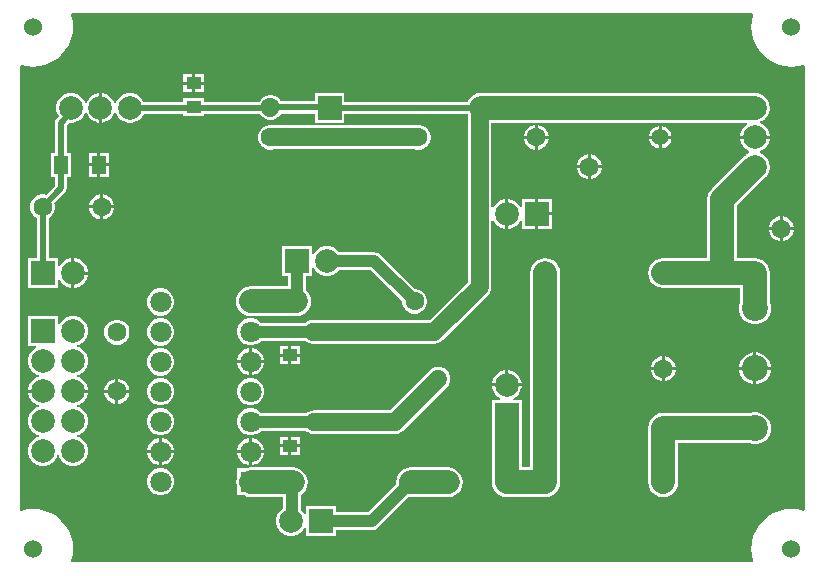
<source format=gbl>
G04*
G04 #@! TF.GenerationSoftware,Altium Limited,Altium Designer,21.2.0 (30)*
G04*
G04 Layer_Physical_Order=2*
G04 Layer_Color=16711680*
%FSLAX25Y25*%
%MOIN*%
G70*
G04*
G04 #@! TF.SameCoordinates,4742D7D9-DA5C-4C41-987D-65E330EEAA4A*
G04*
G04*
G04 #@! TF.FilePolarity,Positive*
G04*
G01*
G75*
%ADD15C,0.01000*%
%ADD28C,0.03937*%
%ADD29C,0.05906*%
%ADD30C,0.07874*%
%ADD31R,0.07874X0.07874*%
%ADD32C,0.07874*%
%ADD33C,0.06299*%
%ADD34C,0.07087*%
%ADD35C,0.08661*%
%ADD36R,0.07874X0.07874*%
%ADD37P,0.05966X8X292.5*%
%ADD38C,0.05512*%
%ADD39R,0.07087X0.07087*%
%ADD40C,0.06000*%
%ADD41C,0.03937*%
%ADD42C,0.05000*%
%ADD43R,0.04921X0.03937*%
%ADD44R,0.04724X0.06299*%
%ADD45C,0.01968*%
G36*
X251439Y189411D02*
X250985Y187522D01*
X250821Y185433D01*
X250985Y183344D01*
X251474Y181307D01*
X252276Y179371D01*
X253371Y177585D01*
X254732Y175992D01*
X256325Y174631D01*
X258112Y173536D01*
X260047Y172734D01*
X262085Y172245D01*
X264173Y172081D01*
X266262Y172245D01*
X268152Y172699D01*
X268652Y172419D01*
Y24431D01*
X268152Y24151D01*
X266262Y24605D01*
X264173Y24769D01*
X262085Y24605D01*
X260047Y24116D01*
X258112Y23314D01*
X256325Y22219D01*
X254732Y20859D01*
X253371Y19265D01*
X252276Y17479D01*
X251474Y15543D01*
X250985Y13506D01*
X250821Y11417D01*
X250985Y9329D01*
X251439Y7439D01*
X251160Y6939D01*
X24431D01*
X24151Y7439D01*
X24605Y9329D01*
X24769Y11417D01*
X24605Y13506D01*
X24116Y15543D01*
X23314Y17479D01*
X22219Y19265D01*
X20859Y20859D01*
X19265Y22219D01*
X17479Y23314D01*
X15543Y24116D01*
X13506Y24605D01*
X11417Y24769D01*
X9329Y24605D01*
X7439Y24151D01*
X6939Y24431D01*
Y172419D01*
X7439Y172699D01*
X9329Y172245D01*
X11417Y172081D01*
X13506Y172245D01*
X15543Y172734D01*
X17479Y173536D01*
X19265Y174631D01*
X20859Y175992D01*
X22219Y177585D01*
X23314Y179371D01*
X24116Y181307D01*
X24605Y183344D01*
X24769Y185433D01*
X24605Y187522D01*
X24151Y189411D01*
X24431Y189911D01*
X251160D01*
X251439Y189411D01*
D02*
G37*
%LPC*%
G36*
X68421Y169602D02*
X65461D01*
Y167134D01*
X68421D01*
Y169602D01*
D02*
G37*
G36*
X64461D02*
X61500D01*
Y167134D01*
X64461D01*
Y169602D01*
D02*
G37*
G36*
X68421Y166134D02*
X65461D01*
Y163665D01*
X68421D01*
Y166134D01*
D02*
G37*
G36*
X64461D02*
X61500D01*
Y163665D01*
X64461D01*
Y166134D01*
D02*
G37*
G36*
X251969Y163444D02*
X160827D01*
X159538Y163275D01*
X158337Y162777D01*
X157306Y161986D01*
X156514Y160954D01*
X156321Y160488D01*
X115173D01*
Y163402D01*
X105299D01*
Y160566D01*
X94175D01*
X93872Y161091D01*
X93099Y161864D01*
X92153Y162410D01*
X91097Y162693D01*
X90005D01*
X88950Y162410D01*
X88003Y161864D01*
X87231Y161091D01*
X86905Y160527D01*
X68421D01*
Y161728D01*
X61500D01*
Y160527D01*
X48211D01*
X47651Y161496D01*
X46732Y162415D01*
X45606Y163065D01*
X44351Y163402D01*
X43051D01*
X41795Y163065D01*
X40669Y162415D01*
X39750Y161496D01*
X39100Y160370D01*
X39029Y160106D01*
X38530D01*
X38459Y160370D01*
X37809Y161496D01*
X36890Y162415D01*
X35764Y163065D01*
X34508Y163402D01*
X34358D01*
Y158465D01*
Y153528D01*
X34508D01*
X35764Y153864D01*
X36890Y154514D01*
X37809Y155433D01*
X38459Y156559D01*
X38530Y156823D01*
X39029D01*
X39100Y156559D01*
X39750Y155433D01*
X40669Y154514D01*
X41795Y153864D01*
X43051Y153528D01*
X44351D01*
X45606Y153864D01*
X46732Y154514D01*
X47651Y155433D01*
X48256Y156481D01*
X61500D01*
Y155791D01*
X68421D01*
Y156481D01*
X86950D01*
X87231Y155995D01*
X88003Y155223D01*
X88950Y154676D01*
X90005Y154394D01*
X91097D01*
X92153Y154676D01*
X93099Y155223D01*
X93872Y155995D01*
X94175Y156520D01*
X105299D01*
Y153528D01*
X115173D01*
Y156441D01*
X156249D01*
Y100470D01*
X143638Y87858D01*
X143638Y87858D01*
X143526Y87747D01*
X104724D01*
X103692Y87611D01*
X102731Y87213D01*
X102210Y86813D01*
X100508D01*
Y86827D01*
X93587D01*
Y86813D01*
X87329D01*
X86687Y87454D01*
X85651Y88053D01*
X84496Y88362D01*
X83299D01*
X82144Y88053D01*
X81108Y87454D01*
X80262Y86609D01*
X79664Y85573D01*
X79354Y84417D01*
Y83221D01*
X79664Y82065D01*
X80262Y81029D01*
X81108Y80183D01*
X82144Y79585D01*
X83299Y79276D01*
X84496D01*
X85651Y79585D01*
X86687Y80183D01*
X87329Y80825D01*
X102056D01*
X102731Y80307D01*
X103692Y79909D01*
X104724Y79773D01*
X145177D01*
X145177Y79773D01*
X146209Y79909D01*
X147171Y80307D01*
X147996Y80941D01*
X149276Y82220D01*
X149276Y82220D01*
X163055Y96000D01*
X163055Y96000D01*
X163689Y96825D01*
X164087Y97787D01*
X164223Y98819D01*
X164223Y98819D01*
Y120763D01*
X164295Y120812D01*
X164960Y120660D01*
X165341Y120000D01*
X166260Y119081D01*
X167386Y118431D01*
X168641Y118095D01*
X168791D01*
Y123031D01*
Y127969D01*
X168641D01*
X167386Y127632D01*
X166260Y126982D01*
X165341Y126063D01*
X164960Y125403D01*
X164295Y125251D01*
X164223Y125300D01*
Y153485D01*
X249517D01*
X249651Y152985D01*
X248937Y152573D01*
X248018Y151653D01*
X247368Y150528D01*
X247031Y149272D01*
Y149122D01*
X251969D01*
X256906D01*
Y149272D01*
X256569Y150528D01*
X255919Y151653D01*
X255000Y152573D01*
X253874Y153223D01*
X253872Y153223D01*
X253821Y153332D01*
X253874Y153864D01*
X254157Y154027D01*
X254458Y154152D01*
X254717Y154351D01*
X255000Y154514D01*
X255231Y154745D01*
X255490Y154944D01*
X255688Y155202D01*
X255919Y155433D01*
X256082Y155716D01*
X256281Y155975D01*
X256406Y156276D01*
X256569Y156559D01*
X256653Y156874D01*
X256778Y157176D01*
X256821Y157499D01*
X256906Y157815D01*
Y158141D01*
X256948Y158465D01*
X256906Y158788D01*
Y159115D01*
X256821Y159430D01*
X256778Y159753D01*
X256653Y160055D01*
X256569Y160370D01*
X256406Y160653D01*
X256281Y160954D01*
X256082Y161213D01*
X255919Y161496D01*
X255688Y161727D01*
X255490Y161986D01*
X255231Y162184D01*
X255000Y162415D01*
X254717Y162578D01*
X254458Y162777D01*
X254157Y162902D01*
X253874Y163065D01*
X253559Y163150D01*
X253257Y163275D01*
X252934Y163317D01*
X252619Y163402D01*
X252292D01*
X251969Y163444D01*
D02*
G37*
G36*
X33358Y163402D02*
X33208D01*
X31953Y163065D01*
X30827Y162415D01*
X29908Y161496D01*
X29258Y160370D01*
X29187Y160106D01*
X28687D01*
X28616Y160370D01*
X27966Y161496D01*
X27047Y162415D01*
X25921Y163065D01*
X24666Y163402D01*
X23366D01*
X22110Y163065D01*
X20984Y162415D01*
X20065Y161496D01*
X19415Y160370D01*
X19079Y159115D01*
Y157815D01*
X19415Y156559D01*
X19939Y155651D01*
X19239Y154951D01*
X18800Y154294D01*
X18646Y153520D01*
Y143520D01*
X17307D01*
Y135221D01*
X18646D01*
Y132441D01*
X15615Y129409D01*
X15113Y129543D01*
X14021D01*
X12965Y129261D01*
X12019Y128714D01*
X11246Y127942D01*
X10700Y126995D01*
X10417Y125940D01*
Y124847D01*
X10700Y123792D01*
X11246Y122846D01*
X12019Y122073D01*
X12603Y121736D01*
Y108283D01*
X9748D01*
Y98409D01*
X19622D01*
Y101031D01*
X19707Y101095D01*
X20361Y100962D01*
X20734Y100315D01*
X21654Y99396D01*
X22779Y98746D01*
X24035Y98409D01*
X24185D01*
Y103347D01*
Y108283D01*
X24035D01*
X22779Y107947D01*
X21654Y107297D01*
X20734Y106378D01*
X20361Y105731D01*
X19707Y105598D01*
X19622Y105662D01*
Y108283D01*
X16649D01*
Y121804D01*
X17115Y122073D01*
X17887Y122846D01*
X18434Y123792D01*
X18717Y124847D01*
Y125940D01*
X18537Y126609D01*
X22100Y130172D01*
X22538Y130828D01*
X22692Y131603D01*
Y135221D01*
X24032D01*
Y143520D01*
X22692D01*
Y152682D01*
X23538Y153528D01*
X24666D01*
X25921Y153864D01*
X27047Y154514D01*
X27966Y155433D01*
X28616Y156559D01*
X28687Y156823D01*
X29187D01*
X29258Y156559D01*
X29908Y155433D01*
X30827Y154514D01*
X31953Y153864D01*
X33208Y153528D01*
X33358D01*
Y158465D01*
Y163402D01*
D02*
G37*
G36*
X140310Y152693D02*
X139217D01*
X138610Y152530D01*
X91705D01*
X91097Y152693D01*
X90005D01*
X88950Y152410D01*
X88003Y151864D01*
X87231Y151091D01*
X86684Y150145D01*
X86402Y149090D01*
Y147997D01*
X86684Y146942D01*
X87231Y145995D01*
X88003Y145223D01*
X88950Y144676D01*
X90005Y144394D01*
X91097D01*
X91705Y144556D01*
X138610D01*
X139217Y144394D01*
X140310D01*
X141366Y144676D01*
X142312Y145223D01*
X143084Y145995D01*
X143631Y146942D01*
X143913Y147997D01*
Y149090D01*
X143631Y150145D01*
X143084Y151091D01*
X142312Y151864D01*
X141366Y152410D01*
X140310Y152693D01*
D02*
G37*
G36*
X220972Y152376D02*
Y149122D01*
X224227D01*
X223972Y150072D01*
X223478Y150928D01*
X222779Y151628D01*
X221922Y152122D01*
X220972Y152376D01*
D02*
G37*
G36*
X219972Y152376D02*
X219023Y152122D01*
X218166Y151628D01*
X217467Y150928D01*
X216972Y150072D01*
X216718Y149122D01*
X219972D01*
Y152376D01*
D02*
G37*
G36*
X179680Y152693D02*
X179634D01*
Y149043D01*
X183283D01*
Y149090D01*
X183001Y150145D01*
X182454Y151091D01*
X181682Y151864D01*
X180736Y152410D01*
X179680Y152693D01*
D02*
G37*
G36*
X178634D02*
X178587D01*
X177532Y152410D01*
X176586Y151864D01*
X175813Y151091D01*
X175267Y150145D01*
X174984Y149090D01*
Y149043D01*
X178634D01*
Y152693D01*
D02*
G37*
G36*
X224227Y148122D02*
X220972D01*
Y144868D01*
X221922Y145122D01*
X222779Y145617D01*
X223478Y146316D01*
X223972Y147172D01*
X224227Y148122D01*
D02*
G37*
G36*
X219972D02*
X216718D01*
X216972Y147172D01*
X217467Y146316D01*
X218166Y145617D01*
X219023Y145122D01*
X219972Y144868D01*
Y148122D01*
D02*
G37*
G36*
X183283Y148043D02*
X179634D01*
Y144394D01*
X179680D01*
X180736Y144676D01*
X181682Y145223D01*
X182454Y145995D01*
X183001Y146942D01*
X183283Y147997D01*
Y148043D01*
D02*
G37*
G36*
X178634D02*
X174984D01*
Y147997D01*
X175267Y146942D01*
X175813Y145995D01*
X176586Y145223D01*
X177532Y144676D01*
X178587Y144394D01*
X178634D01*
Y148043D01*
D02*
G37*
G36*
X36630Y143520D02*
X33768D01*
Y139870D01*
X36630D01*
Y143520D01*
D02*
G37*
G36*
X32768D02*
X29906D01*
Y139870D01*
X32768D01*
Y143520D01*
D02*
G37*
G36*
X197397Y142929D02*
X197350D01*
Y139279D01*
X201000D01*
Y139326D01*
X200717Y140381D01*
X200171Y141328D01*
X199398Y142100D01*
X198452Y142646D01*
X197397Y142929D01*
D02*
G37*
G36*
X196350D02*
X196304D01*
X195249Y142646D01*
X194302Y142100D01*
X193530Y141328D01*
X192984Y140381D01*
X192701Y139326D01*
Y139279D01*
X196350D01*
Y142929D01*
D02*
G37*
G36*
X36630Y138870D02*
X33768D01*
Y135221D01*
X36630D01*
Y138870D01*
D02*
G37*
G36*
X32768D02*
X29906D01*
Y135221D01*
X32768D01*
Y138870D01*
D02*
G37*
G36*
X201000Y138279D02*
X197350D01*
Y134630D01*
X197397D01*
X198452Y134913D01*
X199398Y135459D01*
X200171Y136232D01*
X200717Y137178D01*
X201000Y138233D01*
Y138279D01*
D02*
G37*
G36*
X196350D02*
X192701D01*
Y138233D01*
X192984Y137178D01*
X193530Y136232D01*
X194302Y135459D01*
X195249Y134913D01*
X196304Y134630D01*
X196350D01*
Y138279D01*
D02*
G37*
G36*
X34798Y129543D02*
X34752D01*
Y125894D01*
X38402D01*
Y125940D01*
X38119Y126995D01*
X37573Y127942D01*
X36800Y128714D01*
X35854Y129261D01*
X34798Y129543D01*
D02*
G37*
G36*
X33752D02*
X33706D01*
X32650Y129261D01*
X31704Y128714D01*
X30931Y127942D01*
X30385Y126995D01*
X30102Y125940D01*
Y125894D01*
X33752D01*
Y129543D01*
D02*
G37*
G36*
X178791Y127969D02*
X174354D01*
Y125347D01*
X174269Y125283D01*
X173616Y125416D01*
X173242Y126063D01*
X172323Y126982D01*
X171197Y127632D01*
X169941Y127969D01*
X169791D01*
Y123031D01*
Y118095D01*
X169941D01*
X171197Y118431D01*
X172323Y119081D01*
X173242Y120000D01*
X173616Y120647D01*
X174269Y120780D01*
X174354Y120716D01*
Y118095D01*
X178791D01*
Y123031D01*
Y127969D01*
D02*
G37*
G36*
X184228D02*
X179791D01*
Y123531D01*
X184228D01*
Y127969D01*
D02*
G37*
G36*
X38402Y124894D02*
X34752D01*
Y121244D01*
X34798D01*
X35854Y121527D01*
X36800Y122073D01*
X37573Y122846D01*
X38119Y123792D01*
X38402Y124847D01*
Y124894D01*
D02*
G37*
G36*
X33752D02*
X30102D01*
Y124847D01*
X30385Y123792D01*
X30931Y122846D01*
X31704Y122073D01*
X32650Y121527D01*
X33706Y121244D01*
X33752D01*
Y124894D01*
D02*
G37*
G36*
X261373Y122260D02*
X261327D01*
Y118610D01*
X264976D01*
Y118657D01*
X264694Y119712D01*
X264147Y120658D01*
X263375Y121431D01*
X262428Y121977D01*
X261373Y122260D01*
D02*
G37*
G36*
X260327D02*
X260280D01*
X259225Y121977D01*
X258279Y121431D01*
X257506Y120658D01*
X256960Y119712D01*
X256677Y118657D01*
Y118610D01*
X260327D01*
Y122260D01*
D02*
G37*
G36*
X184228Y122531D02*
X179791D01*
Y118095D01*
X184228D01*
Y122531D01*
D02*
G37*
G36*
X264976Y117610D02*
X261327D01*
Y113961D01*
X261373D01*
X262428Y114243D01*
X263375Y114790D01*
X264147Y115562D01*
X264694Y116508D01*
X264976Y117564D01*
Y117610D01*
D02*
G37*
G36*
X260327D02*
X256677D01*
Y117564D01*
X256960Y116508D01*
X257506Y115562D01*
X258279Y114790D01*
X259225Y114243D01*
X260280Y113961D01*
X260327D01*
Y117610D01*
D02*
G37*
G36*
X110059Y112221D02*
X108759D01*
X107504Y111884D01*
X106378Y111234D01*
X105459Y110315D01*
X105085Y109668D01*
X104431Y109535D01*
X104347Y109599D01*
Y112221D01*
X94472D01*
Y102347D01*
X96317D01*
Y98877D01*
X83976D01*
X82687Y98708D01*
X81486Y98210D01*
X80455Y97419D01*
X79664Y96387D01*
X79166Y95187D01*
X78997Y93898D01*
X79166Y92609D01*
X79664Y91408D01*
X80455Y90377D01*
X81486Y89585D01*
X82687Y89088D01*
X83976Y88918D01*
X99213D01*
X100501Y89088D01*
X101702Y89585D01*
X102734Y90377D01*
X103525Y91408D01*
X104023Y92609D01*
X104192Y93898D01*
X104023Y95187D01*
X103525Y96387D01*
X102734Y97419D01*
X102305Y97748D01*
Y102347D01*
X104347D01*
Y104968D01*
X104431Y105032D01*
X105085Y104899D01*
X105459Y104252D01*
X106378Y103333D01*
X107504Y102683D01*
X108759Y102347D01*
X110059D01*
X111315Y102683D01*
X112441Y103333D01*
X113360Y104252D01*
X113382Y104289D01*
X123957D01*
X134433Y93813D01*
Y93351D01*
X134716Y92296D01*
X135262Y91350D01*
X136035Y90577D01*
X136981Y90031D01*
X138036Y89748D01*
X139129D01*
X140184Y90031D01*
X141131Y90577D01*
X141903Y91350D01*
X142449Y92296D01*
X142732Y93351D01*
Y94444D01*
X142449Y95499D01*
X141903Y96446D01*
X141131Y97218D01*
X140184Y97764D01*
X139129Y98047D01*
X138667D01*
X127314Y109401D01*
X126694Y109877D01*
X125972Y110176D01*
X125197Y110278D01*
X113382D01*
X113360Y110315D01*
X112441Y111234D01*
X111315Y111884D01*
X110059Y112221D01*
D02*
G37*
G36*
X25335Y108283D02*
X25185D01*
Y103847D01*
X29622D01*
Y103996D01*
X29286Y105252D01*
X28636Y106378D01*
X27716Y107297D01*
X26591Y107947D01*
X25335Y108283D01*
D02*
G37*
G36*
X29622Y102847D02*
X25185D01*
Y98409D01*
X25335D01*
X26591Y98746D01*
X27716Y99396D01*
X28636Y100315D01*
X29286Y101441D01*
X29622Y102697D01*
Y102847D01*
D02*
G37*
G36*
X54496Y98264D02*
X53299D01*
X52144Y97954D01*
X51108Y97356D01*
X50262Y96510D01*
X49664Y95474D01*
X49354Y94319D01*
Y93122D01*
X49664Y91967D01*
X50262Y90931D01*
X51108Y90085D01*
X52144Y89487D01*
X53299Y89177D01*
X54496D01*
X55651Y89487D01*
X56687Y90085D01*
X57533Y90931D01*
X58131Y91967D01*
X58441Y93122D01*
Y94319D01*
X58131Y95474D01*
X57533Y96510D01*
X56687Y97356D01*
X55651Y97954D01*
X54496Y98264D01*
D02*
G37*
G36*
X25335Y88913D02*
X24035D01*
X22779Y88577D01*
X21654Y87927D01*
X20734Y87008D01*
X20361Y86361D01*
X19707Y86228D01*
X19622Y86292D01*
Y88913D01*
X9748D01*
Y79039D01*
X12369D01*
X12433Y78954D01*
X12301Y78300D01*
X11654Y77927D01*
X10734Y77008D01*
X10085Y75882D01*
X9748Y74626D01*
Y73326D01*
X10085Y72071D01*
X10734Y70945D01*
X11654Y70026D01*
X12779Y69376D01*
X13304Y69235D01*
Y68718D01*
X12779Y68577D01*
X11654Y67927D01*
X10734Y67008D01*
X10085Y65882D01*
X9748Y64626D01*
Y64476D01*
X14685D01*
Y63476D01*
X9748D01*
Y63326D01*
X10085Y62071D01*
X10734Y60945D01*
X11654Y60026D01*
X12779Y59376D01*
X13304Y59235D01*
Y58718D01*
X12779Y58577D01*
X11654Y57927D01*
X10734Y57008D01*
X10085Y55882D01*
X9748Y54626D01*
Y53326D01*
X10085Y52071D01*
X10734Y50945D01*
X11654Y50026D01*
X12779Y49376D01*
X13304Y49235D01*
Y48718D01*
X12779Y48577D01*
X11654Y47927D01*
X10734Y47008D01*
X10085Y45882D01*
X9748Y44626D01*
Y43326D01*
X10085Y42071D01*
X10734Y40945D01*
X11654Y40026D01*
X12779Y39376D01*
X14035Y39039D01*
X15335D01*
X16591Y39376D01*
X17716Y40026D01*
X18636Y40945D01*
X19286Y42071D01*
X19426Y42596D01*
X19944D01*
X20085Y42071D01*
X20734Y40945D01*
X21654Y40026D01*
X22779Y39376D01*
X24035Y39039D01*
X25335D01*
X26591Y39376D01*
X27716Y40026D01*
X28636Y40945D01*
X29286Y42071D01*
X29622Y43326D01*
Y44626D01*
X29286Y45882D01*
X28636Y47008D01*
X27716Y47927D01*
X26591Y48577D01*
X26066Y48718D01*
Y49235D01*
X26591Y49376D01*
X27716Y50026D01*
X28636Y50945D01*
X29286Y52071D01*
X29622Y53326D01*
Y54626D01*
X29286Y55882D01*
X28636Y57008D01*
X27716Y57927D01*
X26591Y58577D01*
X26066Y58718D01*
Y59235D01*
X26591Y59376D01*
X27716Y60026D01*
X28636Y60945D01*
X29286Y62071D01*
X29622Y63326D01*
Y63476D01*
X24685D01*
Y64476D01*
X29622D01*
Y64626D01*
X29286Y65882D01*
X28636Y67008D01*
X27716Y67927D01*
X26591Y68577D01*
X26066Y68718D01*
Y69235D01*
X26591Y69376D01*
X27716Y70026D01*
X28636Y70945D01*
X29286Y72071D01*
X29622Y73326D01*
Y74626D01*
X29286Y75882D01*
X28636Y77008D01*
X27716Y77927D01*
X26591Y78577D01*
X26066Y78718D01*
Y79235D01*
X26591Y79376D01*
X27716Y80026D01*
X28636Y80945D01*
X29286Y82071D01*
X29622Y83326D01*
Y84626D01*
X29286Y85882D01*
X28636Y87008D01*
X27716Y87927D01*
X26591Y88577D01*
X25335Y88913D01*
D02*
G37*
G36*
X256906Y148122D02*
X251969D01*
X247031D01*
Y147972D01*
X247368Y146716D01*
X248018Y145591D01*
X248937Y144671D01*
X250063Y144021D01*
X250065Y144021D01*
X250116Y143912D01*
X250063Y143380D01*
X249780Y143217D01*
X249479Y143092D01*
X249220Y142893D01*
X248937Y142730D01*
X248706Y142499D01*
X248447Y142301D01*
X237621Y131474D01*
X236829Y130443D01*
X236332Y129242D01*
X236162Y127953D01*
X236162Y127953D01*
Y118110D01*
Y108326D01*
X221457D01*
X220168Y108156D01*
X218967Y107659D01*
X217936Y106868D01*
X217144Y105836D01*
X216647Y104635D01*
X216477Y103347D01*
X216647Y102058D01*
X217144Y100857D01*
X217936Y99825D01*
X218967Y99034D01*
X220168Y98536D01*
X221457Y98367D01*
X246989D01*
Y93548D01*
X246638Y92237D01*
Y90834D01*
X247001Y89478D01*
X247703Y88262D01*
X248695Y87270D01*
X249911Y86568D01*
X251267Y86205D01*
X252670D01*
X254026Y86568D01*
X255242Y87270D01*
X256234Y88262D01*
X256936Y89478D01*
X257299Y90834D01*
Y92237D01*
X256948Y93548D01*
Y103347D01*
X256778Y104635D01*
X256281Y105836D01*
X255490Y106868D01*
X254458Y107659D01*
X253257Y108156D01*
X251969Y108326D01*
X246121D01*
Y118110D01*
Y125890D01*
X255490Y135258D01*
X255688Y135517D01*
X255919Y135748D01*
X256082Y136031D01*
X256281Y136290D01*
X256406Y136591D01*
X256569Y136874D01*
X256653Y137189D01*
X256778Y137491D01*
X256821Y137814D01*
X256906Y138130D01*
Y138456D01*
X256948Y138779D01*
X256906Y139103D01*
Y139429D01*
X256821Y139745D01*
X256778Y140068D01*
X256653Y140370D01*
X256569Y140685D01*
X256406Y140968D01*
X256281Y141269D01*
X256082Y141528D01*
X255919Y141811D01*
X255688Y142042D01*
X255490Y142301D01*
X255231Y142499D01*
X255000Y142730D01*
X254717Y142893D01*
X254458Y143092D01*
X254157Y143217D01*
X253874Y143380D01*
X253821Y143912D01*
X253872Y144021D01*
X253874Y144021D01*
X255000Y144671D01*
X255919Y145591D01*
X256569Y146716D01*
X256906Y147972D01*
Y148122D01*
D02*
G37*
G36*
X39916Y87811D02*
X38824D01*
X37768Y87528D01*
X36822Y86982D01*
X36050Y86209D01*
X35503Y85263D01*
X35221Y84208D01*
Y83115D01*
X35503Y82060D01*
X36050Y81113D01*
X36822Y80341D01*
X37768Y79795D01*
X38824Y79512D01*
X39916D01*
X40972Y79795D01*
X41918Y80341D01*
X42691Y81113D01*
X43237Y82060D01*
X43520Y83115D01*
Y84208D01*
X43237Y85263D01*
X42691Y86209D01*
X41918Y86982D01*
X40972Y87528D01*
X39916Y87811D01*
D02*
G37*
G36*
X54496Y88264D02*
X53299D01*
X52144Y87954D01*
X51108Y87356D01*
X50262Y86510D01*
X49664Y85474D01*
X49354Y84319D01*
Y83122D01*
X49664Y81967D01*
X50262Y80931D01*
X51108Y80085D01*
X52144Y79487D01*
X53299Y79177D01*
X54496D01*
X55651Y79487D01*
X56687Y80085D01*
X57533Y80931D01*
X58131Y81967D01*
X58441Y83122D01*
Y84319D01*
X58131Y85474D01*
X57533Y86510D01*
X56687Y87356D01*
X55651Y87954D01*
X54496Y88264D01*
D02*
G37*
G36*
X100508Y78953D02*
X97547D01*
Y76484D01*
X100508D01*
Y78953D01*
D02*
G37*
G36*
X96547D02*
X93587D01*
Y76484D01*
X96547D01*
Y78953D01*
D02*
G37*
G36*
X84496Y78362D02*
X84398D01*
Y74319D01*
X88441D01*
Y74417D01*
X88131Y75573D01*
X87533Y76609D01*
X86687Y77454D01*
X85651Y78053D01*
X84496Y78362D01*
D02*
G37*
G36*
X83398D02*
X83299D01*
X82144Y78053D01*
X81108Y77454D01*
X80262Y76609D01*
X79664Y75573D01*
X79354Y74417D01*
Y74319D01*
X83398D01*
Y78362D01*
D02*
G37*
G36*
X100508Y75484D02*
X97547D01*
Y73016D01*
X100508D01*
Y75484D01*
D02*
G37*
G36*
X96547D02*
X93587D01*
Y73016D01*
X96547D01*
Y75484D01*
D02*
G37*
G36*
X252670Y76866D02*
X252468D01*
Y72035D01*
X257299D01*
Y72237D01*
X256936Y73593D01*
X256234Y74809D01*
X255242Y75801D01*
X254026Y76503D01*
X252670Y76866D01*
D02*
G37*
G36*
X251468D02*
X251267D01*
X249911Y76503D01*
X248695Y75801D01*
X247703Y74809D01*
X247001Y73593D01*
X246638Y72237D01*
Y72035D01*
X251468D01*
Y76866D01*
D02*
G37*
G36*
X222003Y75606D02*
X221957D01*
Y71957D01*
X225606D01*
Y72003D01*
X225324Y73058D01*
X224777Y74005D01*
X224005Y74777D01*
X223058Y75323D01*
X222003Y75606D01*
D02*
G37*
G36*
X220957D02*
X220910D01*
X219855Y75323D01*
X218909Y74777D01*
X218136Y74005D01*
X217590Y73058D01*
X217307Y72003D01*
Y71957D01*
X220957D01*
Y75606D01*
D02*
G37*
G36*
X88441Y73319D02*
X84398D01*
Y69276D01*
X84496D01*
X85651Y69585D01*
X86687Y70183D01*
X87533Y71029D01*
X88131Y72065D01*
X88441Y73221D01*
Y73319D01*
D02*
G37*
G36*
X83398D02*
X79354D01*
Y73221D01*
X79664Y72065D01*
X80262Y71029D01*
X81108Y70183D01*
X82144Y69585D01*
X83299Y69276D01*
X83398D01*
Y73319D01*
D02*
G37*
G36*
X54496Y78264D02*
X53299D01*
X52144Y77954D01*
X51108Y77356D01*
X50262Y76510D01*
X49664Y75474D01*
X49354Y74319D01*
Y73122D01*
X49664Y71967D01*
X50262Y70931D01*
X51108Y70085D01*
X52144Y69487D01*
X53299Y69177D01*
X54496D01*
X55651Y69487D01*
X56687Y70085D01*
X57533Y70931D01*
X58131Y71967D01*
X58441Y73122D01*
Y74319D01*
X58131Y75474D01*
X57533Y76510D01*
X56687Y77356D01*
X55651Y77954D01*
X54496Y78264D01*
D02*
G37*
G36*
X225606Y70957D02*
X221957D01*
Y67307D01*
X222003D01*
X223058Y67590D01*
X224005Y68136D01*
X224777Y68909D01*
X225324Y69855D01*
X225606Y70910D01*
Y70957D01*
D02*
G37*
G36*
X220957D02*
X217307D01*
Y70910D01*
X217590Y69855D01*
X218136Y68909D01*
X218909Y68136D01*
X219855Y67590D01*
X220910Y67307D01*
X220957D01*
Y70957D01*
D02*
G37*
G36*
X169941Y71039D02*
X169791D01*
Y66602D01*
X174228D01*
Y66752D01*
X173892Y68008D01*
X173242Y69134D01*
X172323Y70053D01*
X171197Y70703D01*
X169941Y71039D01*
D02*
G37*
G36*
X168791D02*
X168641D01*
X167386Y70703D01*
X166260Y70053D01*
X165341Y69134D01*
X164691Y68008D01*
X164354Y66752D01*
Y66602D01*
X168791D01*
Y71039D01*
D02*
G37*
G36*
X257299Y71035D02*
X252468D01*
Y66205D01*
X252670D01*
X254026Y66568D01*
X255242Y67270D01*
X256234Y68262D01*
X256936Y69478D01*
X257299Y70834D01*
Y71035D01*
D02*
G37*
G36*
X251468D02*
X246638D01*
Y70834D01*
X247001Y69478D01*
X247703Y68262D01*
X248695Y67270D01*
X249911Y66568D01*
X251267Y66205D01*
X251468D01*
Y71035D01*
D02*
G37*
G36*
X39916Y68126D02*
X39870D01*
Y64476D01*
X43520D01*
Y64523D01*
X43237Y65578D01*
X42691Y66524D01*
X41918Y67297D01*
X40972Y67843D01*
X39916Y68126D01*
D02*
G37*
G36*
X38870D02*
X38824D01*
X37768Y67843D01*
X36822Y67297D01*
X36050Y66524D01*
X35503Y65578D01*
X35221Y64523D01*
Y64476D01*
X38870D01*
Y68126D01*
D02*
G37*
G36*
X43520Y63476D02*
X39870D01*
Y59827D01*
X39916D01*
X40972Y60110D01*
X41918Y60656D01*
X42691Y61428D01*
X43237Y62375D01*
X43520Y63430D01*
Y63476D01*
D02*
G37*
G36*
X38870D02*
X35221D01*
Y63430D01*
X35503Y62375D01*
X36050Y61428D01*
X36822Y60656D01*
X37768Y60110D01*
X38824Y59827D01*
X38870D01*
Y63476D01*
D02*
G37*
G36*
X84496Y68362D02*
X83299D01*
X82144Y68053D01*
X81108Y67454D01*
X80262Y66609D01*
X79664Y65573D01*
X79354Y64417D01*
Y63221D01*
X79664Y62065D01*
X80262Y61029D01*
X81108Y60183D01*
X82144Y59585D01*
X83299Y59276D01*
X84496D01*
X85651Y59585D01*
X86687Y60183D01*
X87533Y61029D01*
X88131Y62065D01*
X88441Y63221D01*
Y64417D01*
X88131Y65573D01*
X87533Y66609D01*
X86687Y67454D01*
X85651Y68053D01*
X84496Y68362D01*
D02*
G37*
G36*
X54496D02*
X53299D01*
X52144Y68053D01*
X51108Y67454D01*
X50262Y66609D01*
X49664Y65573D01*
X49354Y64417D01*
Y63221D01*
X49664Y62065D01*
X50262Y61029D01*
X51108Y60183D01*
X52144Y59585D01*
X53299Y59276D01*
X54496D01*
X55651Y59585D01*
X56687Y60183D01*
X57533Y61029D01*
X58131Y62065D01*
X58441Y63221D01*
Y64417D01*
X58131Y65573D01*
X57533Y66609D01*
X56687Y67454D01*
X55651Y68053D01*
X54496Y68362D01*
D02*
G37*
G36*
X146457Y72097D02*
X145425Y71961D01*
X144463Y71563D01*
X143638Y70929D01*
X130356Y57648D01*
X104941D01*
X103909Y57512D01*
X102947Y57114D01*
X102555Y56813D01*
X87329D01*
X86687Y57454D01*
X85651Y58053D01*
X84496Y58362D01*
X83299D01*
X82144Y58053D01*
X81108Y57454D01*
X80262Y56609D01*
X79664Y55573D01*
X79354Y54417D01*
Y53221D01*
X79664Y52065D01*
X80262Y51029D01*
X81108Y50183D01*
X82144Y49585D01*
X83299Y49276D01*
X84496D01*
X85651Y49585D01*
X86687Y50183D01*
X87329Y50825D01*
X93587D01*
Y50673D01*
X100508D01*
Y50825D01*
X102145D01*
X102947Y50209D01*
X103909Y49810D01*
X104941Y49675D01*
X132008D01*
X132008Y49674D01*
X133040Y49810D01*
X134001Y50209D01*
X134827Y50842D01*
X149276Y65291D01*
X149909Y66117D01*
X150308Y67078D01*
X150444Y68110D01*
X150308Y69142D01*
X149909Y70104D01*
X149276Y70929D01*
X148450Y71563D01*
X147489Y71961D01*
X146457Y72097D01*
D02*
G37*
G36*
X252670Y56866D02*
X251267D01*
X250519Y56666D01*
X236421D01*
X235771Y56751D01*
X221457D01*
X220168Y56582D01*
X218967Y56084D01*
X217936Y55293D01*
X217144Y54261D01*
X216647Y53061D01*
X216477Y51772D01*
Y33661D01*
X216647Y32373D01*
X217144Y31172D01*
X217936Y30140D01*
X218967Y29349D01*
X220168Y28852D01*
X221457Y28682D01*
X222745Y28852D01*
X223946Y29349D01*
X224978Y30140D01*
X225769Y31172D01*
X226267Y32373D01*
X226436Y33661D01*
Y46792D01*
X235207D01*
X235857Y46707D01*
X249671D01*
X249911Y46568D01*
X251267Y46205D01*
X252670D01*
X254026Y46568D01*
X255242Y47270D01*
X256234Y48262D01*
X256936Y49478D01*
X257299Y50834D01*
Y52237D01*
X256936Y53593D01*
X256234Y54809D01*
X255242Y55801D01*
X254026Y56503D01*
X252670Y56866D01*
D02*
G37*
G36*
X54496Y58362D02*
X53299D01*
X52144Y58053D01*
X51108Y57454D01*
X50262Y56609D01*
X49664Y55573D01*
X49354Y54417D01*
Y53221D01*
X49664Y52065D01*
X50262Y51029D01*
X51108Y50183D01*
X52144Y49585D01*
X53299Y49276D01*
X54496D01*
X55651Y49585D01*
X56687Y50183D01*
X57533Y51029D01*
X58131Y52065D01*
X58441Y53221D01*
Y54417D01*
X58131Y55573D01*
X57533Y56609D01*
X56687Y57454D01*
X55651Y58053D01*
X54496Y58362D01*
D02*
G37*
G36*
X100508Y48736D02*
X97547D01*
Y46268D01*
X100508D01*
Y48736D01*
D02*
G37*
G36*
X96547D02*
X93587D01*
Y46268D01*
X96547D01*
Y48736D01*
D02*
G37*
G36*
X54496Y48362D02*
X54398D01*
Y44319D01*
X58441D01*
Y44417D01*
X58131Y45573D01*
X57533Y46609D01*
X56687Y47455D01*
X55651Y48053D01*
X54496Y48362D01*
D02*
G37*
G36*
X84496D02*
X84398D01*
Y44319D01*
X88441D01*
Y44417D01*
X88131Y45573D01*
X87533Y46609D01*
X86687Y47455D01*
X85651Y48053D01*
X84496Y48362D01*
D02*
G37*
G36*
X53398D02*
X53299D01*
X52144Y48053D01*
X51108Y47455D01*
X50262Y46609D01*
X49664Y45573D01*
X49354Y44417D01*
Y44319D01*
X53398D01*
Y48362D01*
D02*
G37*
G36*
X83398D02*
X83299D01*
X82144Y48053D01*
X81108Y47455D01*
X80262Y46609D01*
X79664Y45573D01*
X79354Y44417D01*
Y44319D01*
X83398D01*
Y48362D01*
D02*
G37*
G36*
X100508Y45268D02*
X97547D01*
Y42799D01*
X100508D01*
Y45268D01*
D02*
G37*
G36*
X96547D02*
X93587D01*
Y42799D01*
X96547D01*
Y45268D01*
D02*
G37*
G36*
X88441Y43319D02*
X84398D01*
Y39276D01*
X84496D01*
X85651Y39585D01*
X86687Y40183D01*
X87533Y41029D01*
X88131Y42065D01*
X88441Y43221D01*
Y43319D01*
D02*
G37*
G36*
X83398D02*
X79354D01*
Y43221D01*
X79664Y42065D01*
X80262Y41029D01*
X81108Y40183D01*
X82144Y39585D01*
X83299Y39276D01*
X83398D01*
Y43319D01*
D02*
G37*
G36*
X58441D02*
X54398D01*
Y39276D01*
X54496D01*
X55651Y39585D01*
X56687Y40183D01*
X57533Y41029D01*
X58131Y42065D01*
X58441Y43221D01*
Y43319D01*
D02*
G37*
G36*
X53398D02*
X49354D01*
Y43221D01*
X49664Y42065D01*
X50262Y41029D01*
X51108Y40183D01*
X52144Y39585D01*
X53299Y39276D01*
X53398D01*
Y43319D01*
D02*
G37*
G36*
X182087Y108326D02*
X180798Y108156D01*
X179597Y107659D01*
X178566Y106868D01*
X177774Y105836D01*
X177277Y104635D01*
X177107Y103347D01*
Y38641D01*
X174271D01*
Y56102D01*
X174228Y56426D01*
Y61039D01*
X171607D01*
X171543Y61124D01*
X171676Y61778D01*
X172323Y62152D01*
X173242Y63071D01*
X173892Y64197D01*
X174228Y65452D01*
Y65602D01*
X169291D01*
X164354D01*
Y65452D01*
X164691Y64197D01*
X165341Y63071D01*
X166260Y62152D01*
X166907Y61778D01*
X167040Y61124D01*
X166976Y61039D01*
X164354D01*
Y56426D01*
X164312Y56102D01*
Y33661D01*
X164481Y32373D01*
X164979Y31172D01*
X165770Y30140D01*
X166802Y29349D01*
X168002Y28852D01*
X169291Y28682D01*
X182087D01*
X183375Y28852D01*
X184576Y29349D01*
X185608Y30140D01*
X186399Y31172D01*
X186897Y32373D01*
X187066Y33661D01*
Y103347D01*
X186897Y104635D01*
X186399Y105836D01*
X185608Y106868D01*
X184576Y107659D01*
X183375Y108156D01*
X182087Y108326D01*
D02*
G37*
G36*
X54496Y38362D02*
X53299D01*
X52144Y38053D01*
X51108Y37455D01*
X50262Y36609D01*
X49664Y35573D01*
X49354Y34417D01*
Y33221D01*
X49664Y32065D01*
X50262Y31029D01*
X51108Y30183D01*
X52144Y29585D01*
X53299Y29276D01*
X54496D01*
X55651Y29585D01*
X56687Y30183D01*
X57533Y31029D01*
X58131Y32065D01*
X58441Y33221D01*
Y34417D01*
X58131Y35573D01*
X57533Y36609D01*
X56687Y37455D01*
X55651Y38053D01*
X54496Y38362D01*
D02*
G37*
G36*
X149606Y38641D02*
X137402D01*
X136113Y38471D01*
X134912Y37974D01*
X133880Y37183D01*
X133089Y36151D01*
X132592Y34950D01*
X132422Y33661D01*
X132509Y33003D01*
X123169Y23663D01*
X112299D01*
Y25606D01*
X102425D01*
Y22985D01*
X102340Y22921D01*
X101686Y23054D01*
X101313Y23701D01*
X100691Y24322D01*
Y29479D01*
X101553Y30140D01*
X102344Y31172D01*
X102841Y32373D01*
X103011Y33661D01*
X102841Y34950D01*
X102344Y36151D01*
X101553Y37183D01*
X100521Y37974D01*
X99320Y38471D01*
X98032Y38641D01*
X84055D01*
X82766Y38471D01*
X82503Y38362D01*
X79354D01*
Y35214D01*
X79245Y34950D01*
X79075Y33661D01*
X79245Y32373D01*
X79354Y32109D01*
Y29276D01*
X81742D01*
X82766Y28852D01*
X84055Y28682D01*
X94703D01*
Y24835D01*
X94331Y24620D01*
X93412Y23701D01*
X92762Y22575D01*
X92425Y21319D01*
Y20019D01*
X92762Y18764D01*
X93412Y17638D01*
X94331Y16719D01*
X95457Y16069D01*
X96712Y15732D01*
X98012D01*
X99268Y16069D01*
X100394Y16719D01*
X101313Y17638D01*
X101686Y18285D01*
X102340Y18418D01*
X102425Y18354D01*
Y15732D01*
X112299D01*
Y17675D01*
X124409D01*
X125184Y17777D01*
X125907Y18076D01*
X126527Y18552D01*
X136743Y28769D01*
X137402Y28682D01*
X149606D01*
X150895Y28852D01*
X152096Y29349D01*
X153127Y30140D01*
X153919Y31172D01*
X154416Y32373D01*
X154586Y33661D01*
X154416Y34950D01*
X153919Y36151D01*
X153127Y37183D01*
X152096Y37974D01*
X150895Y38471D01*
X149606Y38641D01*
D02*
G37*
%LPD*%
D15*
X53819Y53898D02*
X53898Y53819D01*
X53868Y83691D02*
X53898Y83720D01*
X53770Y73848D02*
X53898Y73721D01*
X39213Y83819D02*
X39370Y83661D01*
X24685Y83976D02*
X24843Y83819D01*
X24685Y53976D02*
X24764Y53898D01*
X39370Y83661D02*
X39400Y83691D01*
X24685Y73976D02*
X24813Y73848D01*
X83898Y33819D02*
X84055Y33661D01*
D28*
X109409Y107283D02*
X125197D01*
X97362Y20669D02*
X97697Y21004D01*
X107362Y20669D02*
X124409D01*
X99311Y93996D02*
Y107185D01*
X125197Y107283D02*
X138583Y93898D01*
X99311Y107185D02*
X99410Y107283D01*
X99213Y93898D02*
X99311Y93996D01*
X97697Y21004D02*
Y33327D01*
X98032Y33661D01*
X124409Y20669D02*
X137402Y33661D01*
X104665Y83819D02*
X104724Y83760D01*
X83898Y53819D02*
X104783D01*
X104941Y53661D01*
X83898Y83819D02*
X104665D01*
D29*
X160236Y98819D02*
Y157874D01*
X90551Y148543D02*
X139764D01*
X132008Y53661D02*
X146457Y68110D01*
X104724Y83760D02*
X145177D01*
X146457Y85039D02*
X160236Y98819D01*
X145177Y83760D02*
X146457Y85039D01*
X104941Y53661D02*
X132008D01*
X90512Y158504D02*
X90551Y158543D01*
X43701Y158465D02*
X43740Y158504D01*
D30*
X241142Y127953D02*
X251969Y138779D01*
X221457Y103347D02*
X241142D01*
X235857Y51686D02*
X251818D01*
X169291Y33661D02*
Y56102D01*
X182087Y33661D02*
Y103347D01*
X221457Y33661D02*
Y51772D01*
X235771D01*
X241142Y103347D02*
Y118110D01*
X251969Y91535D02*
Y103347D01*
X196850Y158465D02*
X220472D01*
X241142Y103347D02*
X251969D01*
X241142Y118110D02*
Y127953D01*
X160827Y158465D02*
X196850D01*
X220472D02*
X251969D01*
X84055Y33661D02*
X98032D01*
X83976Y93898D02*
X99213D01*
X137402Y33661D02*
X149606D01*
X169291Y33661D02*
X182087D01*
D31*
X110236Y158465D02*
D03*
X14685Y103347D02*
D03*
X179291Y123031D02*
D03*
X99410Y107283D02*
D03*
X107362Y20669D02*
D03*
D32*
X24016Y158465D02*
D03*
X33858D02*
D03*
X43701D02*
D03*
X24685Y103347D02*
D03*
Y43976D02*
D03*
Y63976D02*
D03*
Y53976D02*
D03*
X14685Y43976D02*
D03*
Y53976D02*
D03*
X24685Y83976D02*
D03*
X14685Y73976D02*
D03*
X24685D02*
D03*
X14685Y63976D02*
D03*
X251969Y158465D02*
D03*
Y148622D02*
D03*
Y138779D02*
D03*
X169291Y123031D02*
D03*
X109409Y107283D02*
D03*
X97362Y20669D02*
D03*
X169291Y66102D02*
D03*
D33*
X137402Y33661D02*
D03*
X98032D02*
D03*
X90551Y148543D02*
D03*
Y158543D02*
D03*
X14567Y125394D02*
D03*
X34252D02*
D03*
X39370Y63976D02*
D03*
Y83661D02*
D03*
X196850Y138779D02*
D03*
Y158465D02*
D03*
X149606Y33661D02*
D03*
X169291D02*
D03*
X260827Y118110D02*
D03*
X241142D02*
D03*
X221457Y71457D02*
D03*
Y51772D02*
D03*
X139764Y148543D02*
D03*
X179134D02*
D03*
X138583Y93898D02*
D03*
X99213D02*
D03*
D34*
X182087Y33661D02*
D03*
X221457D02*
D03*
X53898Y33819D02*
D03*
X83898Y43819D02*
D03*
Y53819D02*
D03*
Y63819D02*
D03*
X53898D02*
D03*
Y43819D02*
D03*
X83898Y93819D02*
D03*
Y83819D02*
D03*
Y73819D02*
D03*
X53898Y53819D02*
D03*
Y73721D02*
D03*
Y83720D02*
D03*
Y93721D02*
D03*
X182087Y103347D02*
D03*
X221457D02*
D03*
D35*
X251969Y51535D02*
D03*
Y71535D02*
D03*
Y91535D02*
D03*
D36*
X14685Y83976D02*
D03*
X169291Y56102D02*
D03*
D37*
X220472Y158465D02*
D03*
D38*
Y148622D02*
D03*
D39*
X83898Y33819D02*
D03*
D40*
X264173Y11417D02*
D03*
X264173Y185433D02*
D03*
X11417D02*
D03*
Y11417D02*
D03*
D41*
X41732Y137795D02*
D03*
X105905Y45472D02*
D03*
X121949Y68209D02*
D03*
X106398Y75886D02*
D03*
X257677Y63779D02*
D03*
X246162D02*
D03*
Y78839D02*
D03*
X246063Y177165D02*
D03*
X257677Y78839D02*
D03*
X255906Y39370D02*
D03*
X246063Y19685D02*
D03*
X226378Y177165D02*
D03*
Y137795D02*
D03*
X236221Y39370D02*
D03*
X226378Y19685D02*
D03*
X206693Y177165D02*
D03*
Y137795D02*
D03*
X216535Y118110D02*
D03*
X206693Y98425D02*
D03*
X216535Y78740D02*
D03*
X206693Y59055D02*
D03*
Y19685D02*
D03*
X187008Y177165D02*
D03*
Y137795D02*
D03*
X196850Y118110D02*
D03*
Y78740D02*
D03*
X187008Y19685D02*
D03*
X167323Y177165D02*
D03*
Y137795D02*
D03*
Y98425D02*
D03*
Y19685D02*
D03*
X147638Y177165D02*
D03*
Y137795D02*
D03*
Y98425D02*
D03*
X157480Y78740D02*
D03*
X147638Y59055D02*
D03*
X157480Y39370D02*
D03*
X147638Y19685D02*
D03*
X127953Y177165D02*
D03*
Y137795D02*
D03*
X137795Y118110D02*
D03*
X108268Y177165D02*
D03*
Y137795D02*
D03*
X118110Y118110D02*
D03*
X108268Y98425D02*
D03*
X118110Y39370D02*
D03*
X88583Y177165D02*
D03*
Y137795D02*
D03*
X98425Y118110D02*
D03*
X68898Y177165D02*
D03*
Y137795D02*
D03*
X78740Y118110D02*
D03*
X68898Y59055D02*
D03*
Y19685D02*
D03*
X49213Y177165D02*
D03*
X59055Y118110D02*
D03*
X29528Y177165D02*
D03*
X39370Y118110D02*
D03*
Y39370D02*
D03*
X29528Y19685D02*
D03*
X9843Y137795D02*
D03*
D42*
X146457Y68110D02*
D03*
Y85039D02*
D03*
D43*
X97047Y83858D02*
D03*
Y75984D02*
D03*
X64961Y166634D02*
D03*
Y158760D02*
D03*
X97047Y45768D02*
D03*
Y53642D02*
D03*
D44*
X20669Y139370D02*
D03*
X33268D02*
D03*
D45*
X14626Y103405D02*
Y125335D01*
X20669Y131603D02*
Y139370D01*
X20669Y139370D02*
X20669Y139370D01*
X24016Y156867D02*
Y158465D01*
X14567Y125500D02*
X20669Y131603D01*
X20669Y153520D02*
X24016Y156867D01*
X43740Y158504D02*
X90512D01*
X14626Y103405D02*
X14685Y103347D01*
X14567Y125394D02*
X14626Y125335D01*
X20669Y139370D02*
Y153520D01*
X90551Y158543D02*
X110158D01*
X14567Y125394D02*
Y125500D01*
X110236Y158465D02*
X160827D01*
M02*

</source>
